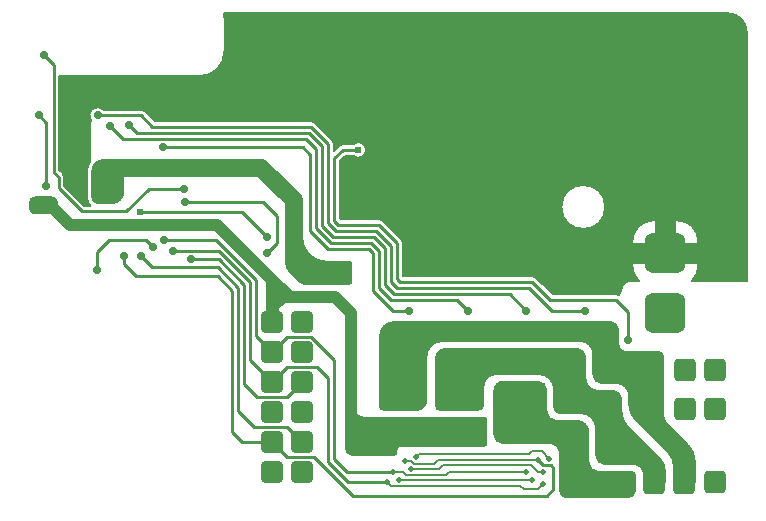
<source format=gbl>
G04 Layer: BottomLayer*
G04 EasyEDA Pro v2.2.45.4, 2025-12-19 14:04:37*
G04 Gerber Generator version 0.3*
G04 Scale: 100 percent, Rotated: No, Reflected: No*
G04 Dimensions in millimeters*
G04 Leading zeros omitted, absolute positions, 4 integers and 5 decimals*
G04 Generated by one-click*
%FSLAX45Y45*%
%MOMM*%
%AMRoundRect*1,1,$1,$2,$3*1,1,$1,$4,$5*1,1,$1,0-$2,0-$3*1,1,$1,0-$4,0-$5*20,1,$1,$2,$3,$4,$5,0*20,1,$1,$4,$5,0-$2,0-$3,0*20,1,$1,0-$2,0-$3,0-$4,0-$5,0*20,1,$1,0-$4,0-$5,$2,$3,0*4,1,4,$2,$3,$4,$5,0-$2,0-$3,0-$4,0-$5,$2,$3,0*%
%ADD10C,0.2032*%
%ADD11C,1.8*%
%ADD12RoundRect,0.76X-0.57X-0.57X-0.57X0.57*%
%ADD13RoundRect,0.76X-0.57X0.57X0.57X0.57*%
%ADD14RoundRect,0.74X-0.555X-0.555X-0.555X0.555*%
%ADD15RoundRect,1.3626X-1.02X-1.02X-1.02X1.02*%
%ADD16RoundRect,1.36X-1.02X-1.02X-1.02X1.02*%
%ADD17C,1.0*%
%ADD18C,0.7*%
%ADD19C,0.5*%
%ADD20C,0.61*%
%ADD21C,0.19304*%
%ADD22C,0.254*%
%ADD23C,1.5*%
G75*


G04 Copper Start*
G36*
G01X-6411214Y3200400D02*
G01X-6409569Y3183600D01*
G01X-6404697Y3167438D01*
G01X-6396783Y3152529D01*
G01X-6386127Y3139437D01*
G01X-6386598Y3135863D01*
G01X-6435222Y3135863D01*
G01X-6603806Y3304447D01*
G01X-6603806Y3373682D01*
G01X-6605459Y3386238D01*
G01X-6610306Y3397939D01*
G01X-6618015Y3407986D01*
G01X-6645280Y3435251D01*
G01X-6645280Y4231386D01*
G01X-5457800Y4231386D01*
G01X-5430336Y4233186D01*
G01X-5403341Y4238556D01*
G01X-5377278Y4247403D01*
G01X-5352593Y4259576D01*
G01X-5329708Y4274867D01*
G01X-5309015Y4293015D01*
G01X-5290867Y4313708D01*
G01X-5275576Y4336593D01*
G01X-5263403Y4361278D01*
G01X-5254556Y4387341D01*
G01X-5249186Y4414336D01*
G01X-5247386Y4441800D01*
G01X-5247386Y4727600D01*
G01X-5248216Y4746267D01*
G01X-5250698Y4764786D01*
G01X-986400Y4764786D01*
G01X-961373Y4762816D01*
G01X-936961Y4756956D01*
G01X-913768Y4747349D01*
G01X-892362Y4734231D01*
G01X-873273Y4717927D01*
G01X-856968Y4698837D01*
G01X-843851Y4677432D01*
G01X-834244Y4654238D01*
G01X-828384Y4629827D01*
G01X-826414Y4604800D01*
G01X-826414Y2499360D01*
G01X-1289785Y2499360D01*
G01X-1273536Y2517088D01*
G01X-1259818Y2536841D01*
G01X-1248881Y2558258D01*
G01X-1240924Y2580952D01*
G01X-1236091Y2604511D01*
G01X-1234470Y2628505D01*
G01X-1234470Y2832505D01*
G01X-1236286Y2857896D01*
G01X-1241697Y2882770D01*
G01X-1250593Y2906620D01*
G01X-1262792Y2928963D01*
G01X-1278048Y2949341D01*
G01X-1296048Y2967341D01*
G01X-1316426Y2982596D01*
G01X-1338768Y2994796D01*
G01X-1362619Y3003692D01*
G01X-1387493Y3009103D01*
G01X-1412884Y3010919D01*
G01X-1616884Y3010919D01*
G01X-1642275Y3009103D01*
G01X-1667149Y3003692D01*
G01X-1691000Y2994796D01*
G01X-1713342Y2982596D01*
G01X-1733720Y2967341D01*
G01X-1751720Y2949341D01*
G01X-1766975Y2928963D01*
G01X-1779175Y2906620D01*
G01X-1788071Y2882770D01*
G01X-1793482Y2857896D01*
G01X-1795298Y2832505D01*
G01X-1795298Y2628505D01*
G01X-1793677Y2604511D01*
G01X-1788844Y2580952D01*
G01X-1780887Y2558258D01*
G01X-1769950Y2536841D01*
G01X-1756232Y2517088D01*
G01X-1739983Y2499360D01*
G01X-1803400Y2499360D01*
G01X-1820248Y2497701D01*
G01X-1836449Y2492786D01*
G01X-1851379Y2484806D01*
G01X-1864466Y2474066D01*
G01X-1875206Y2460979D01*
G01X-1883186Y2446049D01*
G01X-1888101Y2429848D01*
G01X-1889760Y2413000D01*
G01X-1890946Y2403254D01*
G01X-1894435Y2394076D01*
G01X-1900022Y2386004D01*
G01X-1907383Y2379506D01*
G01X-1918531Y2383840D01*
G01X-1930400Y2385314D01*
G01X-2469105Y2385314D01*
G01X-2607295Y2523505D01*
G01X-2617343Y2531214D01*
G01X-2629044Y2536061D01*
G01X-2641600Y2537714D01*
G01X-3736086Y2537714D01*
G01X-3736086Y2819400D01*
G01X-3737739Y2831956D01*
G01X-3742586Y2843657D01*
G01X-3750295Y2853705D01*
G01X-3902695Y3006105D01*
G01X-3912743Y3013814D01*
G01X-3924444Y3018661D01*
G01X-3937000Y3020314D01*
G01X-4262345Y3020314D01*
G01X-4269486Y3027455D01*
G01X-4269486Y3124200D01*
G01X-2395614Y3124200D01*
G01X-2393723Y3097756D01*
G01X-2388087Y3071850D01*
G01X-2378822Y3047010D01*
G01X-2366117Y3023741D01*
G01X-2350229Y3002518D01*
G01X-2331482Y2983771D01*
G01X-2310259Y2967883D01*
G01X-2286990Y2955178D01*
G01X-2262150Y2945913D01*
G01X-2236244Y2940277D01*
G01X-2209800Y2938386D01*
G01X-2183356Y2940277D01*
G01X-2157450Y2945913D01*
G01X-2132610Y2955178D01*
G01X-2109341Y2967883D01*
G01X-2088118Y2983771D01*
G01X-2069371Y3002518D01*
G01X-2053483Y3023741D01*
G01X-2040778Y3047010D01*
G01X-2031513Y3071850D01*
G01X-2025877Y3097756D01*
G01X-2023986Y3124200D01*
G01X-2025877Y3150644D01*
G01X-2031513Y3176550D01*
G01X-2040778Y3201390D01*
G01X-2053483Y3224659D01*
G01X-2069371Y3245882D01*
G01X-2088118Y3264629D01*
G01X-2109341Y3280517D01*
G01X-2132610Y3293222D01*
G01X-2157450Y3302487D01*
G01X-2183356Y3308123D01*
G01X-2209800Y3310014D01*
G01X-2236244Y3308123D01*
G01X-2262150Y3302487D01*
G01X-2286990Y3293222D01*
G01X-2310259Y3280517D01*
G01X-2331482Y3264629D01*
G01X-2350229Y3245882D01*
G01X-2366117Y3224659D01*
G01X-2378822Y3201390D01*
G01X-2388087Y3176550D01*
G01X-2393723Y3150644D01*
G01X-2395614Y3124200D01*
G01X-2395614Y3124200D01*
G01X-4269486Y3124200D01*
G01X-4269486Y3515585D01*
G01X-4226785Y3558286D01*
G01X-4160010Y3558286D01*
G01X-4147639Y3549188D01*
G01X-4133506Y3543179D01*
G01X-4118371Y3540582D01*
G01X-4103044Y3541536D01*
G01X-4088347Y3545990D01*
G01X-4075069Y3553706D01*
G01X-4063922Y3564268D01*
G01X-4055503Y3577111D01*
G01X-4050264Y3591547D01*
G01X-4048486Y3606800D01*
G01X-4050264Y3622053D01*
G01X-4055503Y3636489D01*
G01X-4063922Y3649332D01*
G01X-4075069Y3659894D01*
G01X-4088347Y3667610D01*
G01X-4103044Y3672064D01*
G01X-4118371Y3673018D01*
G01X-4133506Y3670421D01*
G01X-4147639Y3664412D01*
G01X-4160010Y3655314D01*
G01X-4246880Y3655314D01*
G01X-4259436Y3653661D01*
G01X-4271137Y3648814D01*
G01X-4281185Y3641105D01*
G01X-4320286Y3602003D01*
G01X-4320286Y3657600D01*
G01X-4321939Y3670156D01*
G01X-4326786Y3681857D01*
G01X-4334495Y3691905D01*
G01X-4479456Y3836865D01*
G01X-4489504Y3844575D01*
G01X-4501204Y3849421D01*
G01X-4513761Y3851075D01*
G01X-5839865Y3851075D01*
G01X-5923076Y3934285D01*
G01X-5933123Y3941995D01*
G01X-5944824Y3946841D01*
G01X-5957380Y3948494D01*
G01X-6269700Y3948494D01*
G01X-6281327Y3958443D01*
G01X-6294819Y3965662D01*
G01X-6309547Y3969815D01*
G01X-6324823Y3970706D01*
G01X-6339934Y3968294D01*
G01X-6354175Y3962693D01*
G01X-6366879Y3954163D01*
G01X-6377454Y3943104D01*
G01X-6385407Y3930030D01*
G01X-6390365Y3915554D01*
G01X-6392098Y3900350D01*
G01X-6390524Y3885129D01*
G01X-6385717Y3870601D01*
G01X-6377902Y3857446D01*
G01X-6383591Y3847069D01*
G01X-6385560Y3835400D01*
G01X-6385560Y3508952D01*
G01X-6396578Y3490710D01*
G01X-6404643Y3470983D01*
G01X-6409561Y3450247D01*
G01X-6411214Y3429000D01*
G01X-6411214Y3200400D01*
G37*
G54D10*
G01X-6411214Y3200400D02*
G03X-6386127Y3139437I86614J0D01*
G02X-6386598Y3135863I-90873J10163D01*
G01X-6435222Y3135863D01*
G01X-6603806Y3304447D01*
G01X-6603806Y3373682D01*
G03X-6618015Y3407986I-48514J0D01*
G01X-6645280Y3435251D01*
G01X-6645280Y4231386D01*
G01X-5457800Y4231386D01*
G03X-5247386Y4441800I0J210414D01*
G01X-5247386Y4727600D01*
G03X-5250698Y4764786I-210414J0D01*
G01X-986400Y4764786D01*
G02X-826414Y4604800I0J-159986D01*
G01X-826414Y2499360D01*
G01X-1289785Y2499360D01*
G03X-1234470Y2628505I-123099J129145D01*
G01X-1234470Y2832505D01*
G03X-1412884Y3010919I-178414J0D01*
G01X-1616884Y3010919D01*
G03X-1795298Y2832505I0J-178414D01*
G01X-1795298Y2628505D01*
G03X-1739983Y2499360I178414J0D01*
G01X-1803400Y2499360D01*
G03X-1889760Y2413000I0J-86360D01*
G02X-1907383Y2379506I-40640J0D01*
G03X-1930400Y2385314I-23017J-42706D01*
G01X-2469105Y2385314D01*
G01X-2607295Y2523505D01*
G03X-2641600Y2537714I-34305J-34305D01*
G01X-3736086Y2537714D01*
G01X-3736086Y2819400D01*
G03X-3750295Y2853705I-48514J0D01*
G01X-3902695Y3006105D01*
G03X-3937000Y3020314I-34305J-34305D01*
G01X-4262345Y3020314D01*
G01X-4269486Y3027455D01*
G01X-4269486Y3515585D01*
G01X-4226785Y3558286D01*
G01X-4160010Y3558286D01*
G03X-4048486Y3606800I45210J48514D01*
G03X-4160010Y3655314I-66314J0D01*
G01X-4246880Y3655314D01*
G03X-4281185Y3641105I0J-48514D01*
G01X-4320286Y3602003D01*
G01X-4320286Y3657600D01*
G03X-4334495Y3691905I-48514J0D01*
G01X-4479456Y3836865D01*
G03X-4513761Y3851075I-34305J-34305D01*
G01X-5839865Y3851075D01*
G01X-5923076Y3934285D01*
G03X-5957380Y3948494I-34305J-34305D01*
G01X-6269700Y3948494D01*
G03X-6366879Y3954163I-51585J-48514D01*
G03X-6377902Y3857446I45594J-54183D01*
G03X-6385560Y3835400I27902J-22046D01*
G01X-6385560Y3508952D01*
G03X-6411214Y3429000I111760J-79952D01*
G01X-6411214Y3200400D01*
G01X-2395614Y3124200D02*
G03X-2023986Y3124200I185814J0D01*
G03X-2395614Y3124200I-185814J0D01*
G54D11*
G01X-1514884Y2900251D02*
G01X-1514884Y3000759D01*
G01X-1684630Y2730505D02*
G01X-1785138Y2730505D01*
G01X-1345138Y2730505D02*
G01X-1244630Y2730505D01*
G04 Copper End*

G04 PolygonModel Start*
G36*
G01X-1800860Y889000D02*
G02X-1765300Y853440I0J-35560D01*
G01X-1765300Y716280D01*
G02X-1821180Y660400I-55880J0D01*
G01X-2362200Y660400D01*
G02X-2413000Y711200I0J50800D01*
G01X-2413000Y1041400D01*
G03X-2489200Y1117600I-76200J0D01*
G01X-2895600Y1117600D01*
G02X-2971800Y1193800I0J76200D01*
G01X-2971800Y1568450D01*
G02X-2886710Y1653540I85090J0D01*
G01X-2593340Y1653540D01*
G02X-2514600Y1574800I0J-78740D01*
G01X-2514600Y1397000D01*
G03X-2438400Y1320800I76200J0D01*
G01X-2260600Y1320800D01*
G02X-2159000Y1219200I0J-101600D01*
G01X-2159000Y965200D01*
G03X-2082800Y889000I76200J0D01*
G01X-1800860Y889000D01*
G37*
G36*
G01X-3098800Y1397000D02*
G03X-3048000Y1447800I0J50800D01*
G01X-3048000Y1600200D01*
G02X-2946400Y1701800I101600J0D01*
G01X-2590800Y1701800D01*
G02X-2463800Y1574800I0J-127000D01*
G01X-2463800Y1422400D01*
G03X-2413000Y1371600I50800J0D01*
G01X-2235200Y1371600D01*
G02X-2108200Y1244600I0J-127000D01*
G01X-2108200Y1016000D01*
G03X-2032000Y939800I76200J0D01*
G01X-1778000Y939800D01*
G02X-1701800Y863600I0J-76200D01*
G03X-1600200Y762000I101600J0D01*
G01X-1549400Y762000D01*
G03X-1574800Y736600I0J-25400D01*
G01X-1574800Y726525D01*
G03X-1512037Y789288I0J62763D01*
G01X-1512037Y900398D01*
G03X-1549400Y990600I-127564J0D01*
G01X-1825718Y1266918D01*
G02X-1879600Y1397000I130082J130082D01*
G01X-1879600Y1498600D01*
G03X-1955800Y1574800I-76200J0D01*
G01X-2082800Y1574800D01*
G02X-2184400Y1676400I0J101600D01*
G01X-2184400Y1854200D01*
G03X-2260600Y1930400I-76200J0D01*
G01X-3378200Y1930400D01*
G03X-3464560Y1844040I0J-86360D01*
G01X-3464560Y1436620D01*
G03X-3424940Y1397000I39620J0D01*
G01X-3098800Y1397000D01*
G37*
G36*
G01X-1447800Y787400D02*
G01X-1447800Y918758D01*
G03X-1498600Y1041400I-173442J0D01*
G01X-1774918Y1317718D01*
G02X-1828800Y1447800I130082J130082D01*
G01X-1828800Y1524000D01*
G03X-1930400Y1625600I-101600J0D01*
G01X-2057400Y1625600D01*
G02X-2133600Y1701800I0J76200D01*
G01X-2133600Y1879600D01*
G03X-2235200Y1981200I-101600J0D01*
G01X-3403600Y1981200D01*
G03X-3530600Y1854200I0J-127000D01*
G01X-3530600Y1487800D01*
G02X-3621400Y1397000I-90800J0D01*
G01X-3898361Y1397000D01*
G02X-3938361Y1437000I0J40000D01*
G01X-3938361Y2030639D01*
G02X-3810000Y2159000I128361J0D01*
G01X-1981200Y2159000D01*
G02X-1905000Y2082800I0J-76200D01*
G01X-1905000Y1955800D01*
G03X-1854200Y1905000I50800J0D01*
G01X-1574800Y1905000D01*
G02X-1524000Y1854200I0J-50800D01*
G01X-1524000Y1356721D01*
G03X-1498600Y1295400I86721J0D01*
G01X-1314774Y1111574D01*
G02X-1257300Y972820I-138754J-138754D01*
G01X-1257300Y792661D01*
G02X-1270000Y762000I-43361J0D01*
G01X-1386479Y762000D01*
G02X-1447800Y787400I0J86721D01*
G37*
G36*
G01X-3810000Y1016000D02*
G03X-3784600Y1041400I0J25400D01*
G01X-3784600Y1063249D01*
G02X-3755649Y1092200I28951J0D01*
G01X-3048000Y1092200D01*
G03X-3022600Y1117600I0J25400D01*
G01X-3022600Y1320800D01*
G03X-3048000Y1346200I-25400J0D01*
G01X-4056380Y1346200D01*
G02X-4152900Y1442720I0J96520D01*
G03X-4229100Y1366520I0J-76200D01*
G01X-4229100Y1079500D01*
G03X-4165600Y1016000I63500J0D01*
G01X-3810000Y1016000D01*
G37*
G36*
G01X-4734560Y2890520D02*
G01X-4734560Y2651249D01*
G03X-4699000Y2565400I121409J0D01*
G01X-4615361Y2481761D01*
G03X-4572000Y2463800I43361J43361D01*
G01X-4191000Y2463800D01*
G03X-4165600Y2489200I0J25400D01*
G01X-4165600Y2641600D01*
G03X-4191000Y2667000I-25400J0D01*
G01X-4378960Y2667000D01*
G02X-4584700Y2872740I0J205740D01*
G01X-4716780Y2872740D01*
G02X-4734560Y2890520I0J17780D01*
G37*
G36*
G01X-6375400Y3429000D02*
G02X-6273800Y3530600I101600J0D01*
G01X-6096000Y3530600D01*
G01X-6096000Y3251200D01*
G02X-6197600Y3149600I-101600J0D01*
G01X-6324600Y3149600D01*
G02X-6375400Y3200400I0J50800D01*
G01X-6375400Y3429000D01*
G37*

G04 Rect Start*
G36*
G01X-3939540Y1437000D02*
G01X-3939540Y1613540D01*
G02X-3899540Y1653540I40000J0D01*
G01X-3621400Y1653540D01*
G02X-3581400Y1613540I0J-40000D01*
G01X-3581400Y1437000D01*
G02X-3621400Y1397000I-40000J0D01*
G01X-3899540Y1397000D01*
G02X-3939540Y1437000I0J40000D01*
G37*
G36*
G01X-6903720Y3110700D02*
G01X-6903720Y3163100D01*
G02X-6853720Y3213100I50000J0D01*
G01X-6707340Y3213100D01*
G02X-6657340Y3163100I0J-50000D01*
G01X-6657340Y3110700D01*
G02X-6707340Y3060700I-50000J0D01*
G01X-6853720Y3060700D01*
G02X-6903720Y3110700I0J50000D01*
G37*
G04 Rect End*

G04 Pad Start*
G54D12*
G01X-1861091Y789705D03*
G01X-1353091Y789705D03*
G01X-1607091Y789705D03*
G54D13*
G01X-1095384Y1746004D03*
G01X-1095384Y1414904D03*
G01X-1095384Y791704D03*
G01X-1349384Y1746004D03*
G01X-1349384Y1414904D03*
G54D14*
G01X-4589784Y878782D03*
G01X-4589784Y1132782D03*
G01X-4589784Y1386782D03*
G01X-4589784Y1640782D03*
G01X-4589784Y1894782D03*
G01X-4589784Y2148782D03*
G01X-4843784Y878782D03*
G01X-4843784Y1132782D03*
G01X-4843784Y1386782D03*
G01X-4843784Y1640782D03*
G01X-4843784Y1894782D03*
G01X-4843784Y2148782D03*
G54D16*
G01X-1514884Y2229617D03*
G01X-1514884Y2730505D03*
G04 Pad End*

G04 Via Start*
G54D17*
G01X-2209800Y3695700D03*
G01X-2059800Y3695700D03*
G01X-1909800Y3695700D03*
G01X-1986140Y3571240D03*
G01X-2136140Y3571240D03*
G01X-2258060Y2519540D03*
G01X-2258060Y2669540D03*
G01X-2133600Y2743200D03*
G01X-2133600Y2593200D03*
G01X-2133600Y2443200D03*
G01X-4714240Y4445610D03*
G01X-4876800Y4346950D03*
G01X-4876800Y4546950D03*
G01X-4876800Y3946950D03*
G01X-4876800Y4146950D03*
G01X-4714240Y4245610D03*
G01X-4714240Y4045610D03*
G54D18*
G01X-2693539Y2247413D03*
G54D17*
G01X-3314700Y1485900D03*
G01X-3200400Y1562100D03*
G01X-3700400Y1562100D03*
G01X-3814700Y1485900D03*
G01X-2725800Y1562100D03*
G01X-2840100Y1485900D03*
G54D18*
G01X-3188839Y2247413D03*
G01X-3684139Y2247413D03*
G01X-1828800Y1993900D03*
G54D19*
G01X-2496936Y988923D03*
G01X-2546949Y877883D03*
G01X-2596936Y980203D03*
G01X-2646949Y813283D03*
G01X-2696936Y882583D03*
G01X-3872169Y799483D03*
G01X-3772169Y813283D03*
G01X-3622156Y1006703D03*
G01X-3672169Y903283D03*
G01X-3722156Y972583D03*
G01X-3822156Y882583D03*
G01X-2552700Y774700D03*
G54D18*
G01X-2198239Y2247413D03*
G01X-2138726Y2905457D03*
G01X-2280874Y3342943D03*
G01X-2023726Y3259390D03*
G01X-2023726Y2989010D03*
G01X-2280874Y2905457D03*
G01X-2395874Y2989010D03*
G01X-2439800Y3124200D03*
G01X-2395874Y3259390D03*
G01X-1979800Y3124200D03*
G01X-2138726Y3342943D03*
G01X-3274060Y1272540D03*
G01X-3135993Y1270000D03*
G01X-3200400Y1168400D03*
G01X-3073400Y1168400D03*
G01X-4051300Y1092200D03*
G01X-4178300Y1092200D03*
G01X-4889500Y2730500D03*
G01X-4487573Y2530963D03*
G01X-4253230Y2528570D03*
G01X-4368800Y2606040D03*
G01X-4622800Y2606040D03*
G01X-4888900Y2870200D03*
G01X-6299200Y3225800D03*
G01X-6299200Y3352800D03*
G01X-6223000Y3454400D03*
G01X-5585909Y3168294D03*
G01X-6830060Y3134360D03*
G01X-6718025Y3134360D03*
G01X-6527800Y3403600D03*
G01X-6527800Y3515635D03*
G01X-6094178Y2709880D03*
G01X-5956078Y2711300D03*
G01X-5533498Y2679700D03*
G01X-5679878Y2749700D03*
G01X-5757678Y2845100D03*
G54D20*
G01X-5963000Y3084400D03*
G54D18*
G01X-6321285Y3899980D03*
G01X-6052045Y3817280D03*
G01X-6219685Y3810780D03*
G01X-5765800Y3632200D03*
G01X-5852160Y2786380D03*
G01X-6324600Y2590800D03*
G54D20*
G01X-4114800Y3606800D03*
G54D18*
G01X-6756400Y3302000D03*
G01X-6817360Y3898900D03*
G01X-5588000Y3276600D03*
G01X-6775804Y4407773D03*
G54D17*
G01X-2921000Y2667000D03*
G01X-2590800Y2794000D03*
G01X-1727200Y3327400D03*
G04 Via End*

G04 Track Start*
G54D21*
G01X-3375669Y853431D02*
G01X-3346517Y882583D01*
G01X-2696936Y882583D01*
G01X-3822156Y882583D02*
G01X-3740083Y882583D01*
G01X-3710931Y853431D01*
G01X-3375669Y853431D01*
G01X-3772169Y813283D02*
G01X-2646949Y813283D01*
G01X-3722156Y972583D02*
G01X-3664983Y972583D01*
G01X-3642360Y949960D01*
G01X-3622156Y1006703D02*
G01X-3600159Y1028700D01*
G01X-3642360Y949960D02*
G01X-3469640Y949960D01*
G01X-2654300Y937260D02*
G01X-3395980Y937260D01*
G01X-3429957Y903283D01*
G01X-3672169Y903283D01*
G01X-3469640Y949960D02*
G01X-3439397Y980203D01*
G01X-2596936Y980203D01*
G01X-3600159Y1028700D02*
G01X-2667000Y1028700D01*
G01X-2743200Y762000D02*
G01X-2715260Y734060D01*
G01X-3834686Y762000D02*
G01X-2743200Y762000D01*
G01X-3872169Y799483D02*
G01X-3834686Y762000D01*
G54D22*
G01X-4203083Y799483D02*
G01X-3872169Y799483D01*
G01X-4368800Y1676400D02*
G01X-4368800Y965200D01*
G01X-4203083Y799483D01*
G01X-3822156Y882583D02*
G01X-4209983Y882583D01*
G01X-4318000Y990600D01*
G01X-4318000Y1828800D01*
G54D21*
G01X-2546949Y877883D02*
G01X-2594923Y877883D01*
G01X-2654300Y937260D01*
G01X-2715260Y734060D02*
G01X-2593340Y734060D01*
G01X-2552700Y774700D01*
G01X-2667000Y1028700D02*
G01X-2641600Y1054100D01*
G01X-2562114Y1054100D01*
G01X-2496936Y988923D01*
G54D22*
G01X-2552756Y936023D02*
G01X-2596936Y980203D01*
G01X-2463800Y736600D02*
G01X-2463800Y914400D01*
G01X-2485423Y936023D01*
G01X-2552756Y936023D01*
G01X-2519680Y680720D02*
G01X-2463800Y736600D01*
G01X-4160520Y680720D02*
G01X-2519680Y680720D01*
G01X-4843784Y1132782D02*
G01X-4719382Y1008380D01*
G01X-4488180Y1008380D01*
G01X-4160520Y680720D01*
G01X-4843784Y1132782D02*
G01X-5095182Y1132782D01*
G01X-5029200Y1826198D02*
G01X-4843784Y1640782D01*
G01X-4970780Y1516380D02*
G01X-5080000Y1625600D01*
G01X-4714185Y1516380D02*
G01X-4970780Y1516380D01*
G01X-4589784Y1640782D02*
G01X-4714185Y1516380D01*
G01X-4843784Y1640782D02*
G01X-4716725Y1767840D01*
G01X-4460240Y1767840D01*
G01X-4368800Y1676400D01*
G01X-4511040Y2021840D02*
G01X-4716725Y2021840D01*
G01X-4843784Y1894782D01*
G01X-4318000Y1828800D02*
G01X-4511040Y2021840D01*
G01X-4843784Y1894782D02*
G01X-4978400Y2029398D01*
G54D17*
G01X-4843783Y2148782D02*
G01X-4836164Y2156402D01*
G54D22*
G01X-4589784Y1132782D02*
G01X-4719382Y1262380D01*
G01X-4996180Y1262380D01*
G01X-5130800Y1397000D01*
G54D17*
G01X-4836164Y2156402D02*
G01X-4836164Y2282200D01*
G54D22*
G01X-3822213Y2247413D02*
G01X-3684139Y2247413D01*
G01X-3987800Y2413000D02*
G01X-3822213Y2247413D01*
G01X-3188839Y2247413D02*
G01X-3278227Y2336800D01*
G01X-3835400Y2336800D01*
G01X-3937000Y2438400D01*
G01X-2693539Y2247413D02*
G01X-2833727Y2387600D01*
G01X-3810000Y2387600D01*
G01X-3886200Y2463800D01*
G01X-3784600Y2438400D02*
G01X-3835400Y2489200D01*
G01X-2667000Y2438400D02*
G01X-3784600Y2438400D01*
G01X-2476013Y2247413D02*
G01X-2667000Y2438400D01*
G01X-2198239Y2247413D02*
G01X-2476013Y2247413D01*
G01X-3987800Y2730874D02*
G01X-3987800Y2413000D01*
G01X-4025526Y2768600D02*
G01X-3987800Y2730874D01*
G01X-3937000Y2438400D02*
G01X-3937000Y2751916D01*
G01X-4004484Y2819400D01*
G01X-3886200Y2463800D02*
G01X-3886200Y2772958D01*
G01X-3983442Y2870200D01*
G01X-3835400Y2489200D02*
G01X-3835400Y2794000D01*
G01X-3962400Y2921000D01*
G01X-4368800Y2768600D02*
G01X-4025526Y2768600D01*
G01X-4521200Y2921000D02*
G01X-4368800Y2768600D01*
G01X-4004484Y2819400D02*
G01X-4347758Y2819400D01*
G01X-4470400Y2942042D01*
G01X-3983442Y2870200D02*
G01X-4326716Y2870200D01*
G01X-4419600Y2963084D01*
G01X-3962400Y2921000D02*
G01X-4305674Y2921000D01*
G01X-4368800Y2984126D01*
G01X-4368800Y3657600D01*
G01X-4513761Y3802561D01*
G01X-4419600Y2963084D02*
G01X-4419600Y3636558D01*
G01X-4534802Y3751761D01*
G01X-4470400Y2942042D02*
G01X-4470400Y3615516D01*
G01X-4555845Y3700961D01*
G54D17*
G01X-4178300Y2225040D02*
G01X-4178300Y1361440D01*
G01X-4315460Y2362200D02*
G01X-4178300Y2225040D01*
G01X-4836164Y2282200D02*
G01X-4756164Y2362200D01*
G54D23*
G01X-4659855Y3181575D02*
G01X-4659855Y2873600D01*
G54D17*
G01X-4843784Y2148782D02*
G01X-4843784Y2506984D01*
G01X-4720523Y2383723D01*
G01X-4720523Y2362200D01*
G01X-4756164Y2362200D02*
G01X-4720523Y2362200D01*
G01X-4315460Y2362200D01*
G54D22*
G01X-1828800Y2235200D02*
G01X-1828800Y1993900D01*
G01X-2641600Y2489200D02*
G01X-2489200Y2336800D01*
G01X-3937000Y2971800D02*
G01X-3784600Y2819400D01*
G01X-1930400Y2336800D02*
G01X-1828800Y2235200D01*
G01X-2489200Y2336800D02*
G01X-1930400Y2336800D01*
G01X-4282440Y2971800D02*
G01X-3937000Y2971800D01*
G01X-4318000Y3007360D02*
G01X-4282440Y2971800D01*
G01X-3761740Y2489200D02*
G01X-2641600Y2489200D01*
G01X-3784600Y2512060D02*
G01X-3761740Y2489200D01*
G01X-3784600Y2819400D02*
G01X-3784600Y2512060D01*
G54D23*
G01X-6197600Y3429000D02*
G01X-6169879Y3456721D01*
G01X-4935001Y3456721D01*
G01X-4659855Y3181575D01*
G54D17*
G01X-4843784Y2506984D02*
G01X-5308600Y2971800D01*
G01X-6555465Y2971800D01*
G01X-6718025Y3134360D01*
G54D22*
G01X-4889500Y2730500D02*
G01X-4800600Y2819400D01*
G01X-4800600Y3048000D01*
G01X-5861578Y2616800D02*
G01X-5956078Y2711300D01*
G01X-5994400Y2540000D02*
G01X-6094178Y2639778D01*
G01X-6094178Y2709880D01*
G01X-6324600Y2590800D02*
G01X-6324600Y2743200D01*
G01X-6223000Y2844800D01*
G01X-5910580Y2844800D01*
G01X-5852160Y2786380D01*
G01X-5765800Y3632200D02*
G01X-4586170Y3632200D01*
G01X-4521200Y3567230D01*
G01X-4521200Y2921000D01*
G01X-4513761Y3802561D02*
G01X-5859961Y3802561D01*
G01X-5095182Y1132782D02*
G01X-5181600Y1219200D01*
G01X-4978400Y2029398D02*
G01X-4978400Y2504440D01*
G01X-5319060Y2845100D01*
G01X-5757678Y2845100D01*
G01X-5679878Y2749700D02*
G01X-5292240Y2749700D01*
G01X-5029200Y2486660D01*
G01X-5029200Y1826198D01*
G01X-5080000Y1625600D02*
G01X-5080000Y2463800D01*
G01X-5295900Y2679700D01*
G01X-5533498Y2679700D01*
G01X-5130800Y1397000D02*
G01X-5130800Y2440940D01*
G01X-5306660Y2616800D01*
G01X-5861578Y2616800D01*
G01X-5181600Y1219200D02*
G01X-5181600Y2415540D01*
G01X-5306060Y2540000D01*
G01X-5994400Y2540000D01*
G01X-4114800Y3606800D02*
G01X-4246880Y3606800D01*
G01X-4318000Y3535680D01*
G01X-4318000Y3007360D01*
G01X-6756400Y3302000D02*
G01X-6756400Y3837940D01*
G01X-6817360Y3898900D01*
G01X-5859961Y3802561D02*
G01X-5957380Y3899980D01*
G01X-6321285Y3899980D01*
G01X-4555845Y3700961D02*
G01X-6109866Y3700961D01*
G01X-6219685Y3810780D01*
G01X-4534802Y3751761D02*
G01X-5986525Y3751761D01*
G01X-6052045Y3817280D01*
G01X-5579969Y3279966D02*
G01X-5886241Y3279966D01*
G01X-6078857Y3087349D01*
G01X-6455317Y3087349D01*
G01X-6652320Y3373682D02*
G01X-6693794Y3415156D01*
G01X-6455317Y3087349D02*
G01X-6652320Y3284352D01*
G01X-6652320Y3373682D01*
G01X-6693794Y3415156D02*
G01X-6693794Y4325763D01*
G01X-6775804Y4407773D01*
G01X-4888900Y2870200D02*
G01X-5103100Y3084400D01*
G01X-5963000Y3084400D01*
G01X-4800600Y3048000D02*
G01X-4920894Y3168294D01*
G01X-5585909Y3168294D01*
G04 Track End*

M02*


</source>
